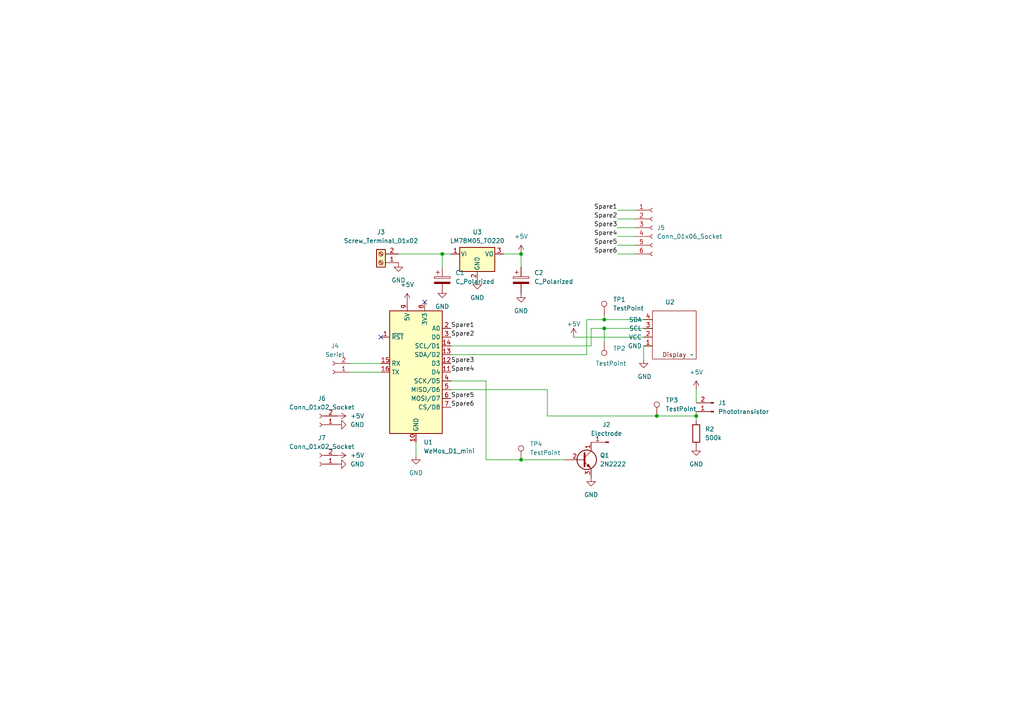
<source format=kicad_sch>
(kicad_sch (version 20231120) (generator "eeschema") (generator_version "8.0")
  (paper "A4")
  (title_block (title "Touch-O-Mat 3000") (rev "B") (company "Flo GmbH"))
  (lib_symbols
    (symbol "Connector:Conn_01x01_Pin" (pin_names (offset 1.016) hide)
      (property "Reference" "J" (at 0 2.54 0))
      (property "Value" "Conn_01x01_Pin" (at 0 -2.54 0))
      (symbol "Conn_01x01_Pin_1_1"
        (polyline (pts (xy 1.27 0) (xy 0.8636 0)) (stroke (width 0.1524)))
        (rectangle (start 0.8636 0.127) (end 0 -0.127) (stroke (width 0.1524)) (fill (type outline)))
        (pin passive line (at 5.08 0 180) (length 3.81) (name "Pin_1") (number "1"))
      )
    )
    (symbol "Connector:Conn_01x02_Pin" (pin_names (offset 1.016) hide)
      (property "Reference" "J" (at 0 2.54 0))
      (property "Value" "Conn_01x02_Pin" (at 0 -5.08 0))
      (symbol "Conn_01x02_Pin_1_1"
        (polyline (pts (xy 1.27 -2.54) (xy 0.8636 -2.54)) (stroke (width 0.1524)))
        (polyline (pts (xy 1.27 0) (xy 0.8636 0)) (stroke (width 0.1524)))
        (rectangle (start 0.8636 -2.413) (end 0 -2.667) (stroke (width 0.1524)) (fill (type outline)))
        (rectangle (start 0.8636 0.127) (end 0 -0.127) (stroke (width 0.1524)) (fill (type outline)))
        (pin passive line (at 5.08 0 180) (length 3.81) (name "Pin_1") (number "1"))
        (pin passive line (at 5.08 -2.54 180) (length 3.81) (name "Pin_2") (number "2"))
      )
    )
    (symbol "Connector:Conn_01x02_Socket" (pin_names (offset 1.016) hide)
      (property "Reference" "J" (at 0 2.54 0))
      (property "Value" "Conn_01x02_Socket" (at 0 -5.08 0))
      (symbol "Conn_01x02_Socket_1_1"
        (arc (start 0 -2.032) (mid -0.5058 -2.54) (end 0 -3.048) (stroke (width 0.1524)))
        (polyline (pts (xy -1.27 -2.54) (xy -0.508 -2.54)) (stroke (width 0.1524)))
        (polyline (pts (xy -1.27 0) (xy -0.508 0)) (stroke (width 0.1524)))
        (arc (start 0 0.508) (mid -0.5058 0) (end 0 -0.508) (stroke (width 0.1524)))
        (pin passive line (at -5.08 0 0) (length 3.81) (name "Pin_1") (number "1"))
        (pin passive line (at -5.08 -2.54 0) (length 3.81) (name "Pin_2") (number "2"))
      )
    )
    (symbol "Connector:Conn_01x06_Socket" (pin_names (offset 1.016) hide)
      (property "Reference" "J" (at 0 7.62 0))
      (property "Value" "Conn_01x06_Socket" (at 0 -10.16 0))
      (symbol "Conn_01x06_Socket_1_1"
        (arc (start 0 -7.112) (mid -0.5058 -7.62) (end 0 -8.128) (stroke (width 0.1524)))
        (arc (start 0 -4.572) (mid -0.5058 -5.08) (end 0 -5.588) (stroke (width 0.1524)))
        (arc (start 0 -2.032) (mid -0.5058 -2.54) (end 0 -3.048) (stroke (width 0.1524)))
        (polyline (pts (xy -1.27 -7.62) (xy -0.508 -7.62)) (stroke (width 0.1524)))
        (polyline (pts (xy -1.27 -5.08) (xy -0.508 -5.08)) (stroke (width 0.1524)))
        (polyline (pts (xy -1.27 -2.54) (xy -0.508 -2.54)) (stroke (width 0.1524)))
        (polyline (pts (xy -1.27 0) (xy -0.508 0)) (stroke (width 0.1524)))
        (polyline (pts (xy -1.27 2.54) (xy -0.508 2.54)) (stroke (width 0.1524)))
        (polyline (pts (xy -1.27 5.08) (xy -0.508 5.08)) (stroke (width 0.1524)))
        (arc (start 0 0.508) (mid -0.5058 0) (end 0 -0.508) (stroke (width 0.1524)))
        (arc (start 0 3.048) (mid -0.5058 2.54) (end 0 2.032) (stroke (width 0.1524)))
        (arc (start 0 5.588) (mid -0.5058 5.08) (end 0 4.572) (stroke (width 0.1524)))
        (pin passive line (at -5.08 5.08 0) (length 3.81) (name "Pin_1") (number "1"))
        (pin passive line (at -5.08 2.54 0) (length 3.81) (name "Pin_2") (number "2"))
        (pin passive line (at -5.08 0 0) (length 3.81) (name "Pin_3") (number "3"))
        (pin passive line (at -5.08 -2.54 0) (length 3.81) (name "Pin_4") (number "4"))
        (pin passive line (at -5.08 -5.08 0) (length 3.81) (name "Pin_5") (number "5"))
        (pin passive line (at -5.08 -7.62 0) (length 3.81) (name "Pin_6") (number "6"))
      )
    )
    (symbol "Connector:Screw_Terminal_01x02" (pin_names (offset 1.016) hide)
      (property "Reference" "J" (at 0 2.54 0))
      (property "Value" "Screw_Terminal_01x02" (at 0 -5.08 0))
      (symbol "Screw_Terminal_01x02_1_1"
        (rectangle (start -1.27 1.27) (end 1.27 -3.81) (stroke (width 0.254)) (fill (type background)))
        (circle (center 0 -2.54) (radius 0.635) (stroke (width 0.1524)))
        (polyline (pts (xy -0.5334 -2.2098) (xy 0.3302 -3.048)) (stroke (width 0.1524)))
        (polyline (pts (xy -0.5334 0.3302) (xy 0.3302 -0.508)) (stroke (width 0.1524)))
        (polyline (pts (xy -0.3556 -2.032) (xy 0.508 -2.8702)) (stroke (width 0.1524)))
        (polyline (pts (xy -0.3556 0.508) (xy 0.508 -0.3302)) (stroke (width 0.1524)))
        (circle (center 0 0) (radius 0.635) (stroke (width 0.1524)))
        (pin passive line (at -5.08 0 0) (length 3.81) (name "Pin_1") (number "1"))
        (pin passive line (at -5.08 -2.54 0) (length 3.81) (name "Pin_2") (number "2"))
      )
    )
    (symbol "Connector:TestPoint" (pin_numbers hide) (pin_names (offset 0.762) hide)
      (property "Reference" "TP" (at 0 6.858 0))
      (property "Value" "TestPoint" (at 0 5.08 0))
      (symbol "TestPoint_0_1"
        (circle (center 0 3.302) (radius 0.762))
      )
      (symbol "TestPoint_1_1"
        (pin passive line (at 0 0 90) (length 2.54) (name "1") (number "1"))
      )
    )
    (symbol "Device:C_Polarized" (pin_numbers hide) (pin_names (offset 0.254))
      (property "Reference" "C" (at 0.635 2.54 0))
      (property "Value" "C_Polarized" (at 0.635 -2.54 0))
      (symbol "C_Polarized_0_1"
        (rectangle (start -2.286 0.508) (end 2.286 1.016))
        (polyline (pts (xy -1.778 2.286) (xy -0.762 2.286)))
        (polyline (pts (xy -1.27 2.794) (xy -1.27 1.778)))
        (rectangle (start 2.286 -0.508) (end -2.286 -1.016) (fill (type outline)))
      )
      (symbol "C_Polarized_1_1"
        (pin passive line (at 0 3.81 270) (length 2.794) (name "~") (number "1"))
        (pin passive line (at 0 -3.81 90) (length 2.794) (name "~") (number "2"))
      )
    )
    (symbol "Device:Q_NPN_CBE" (pin_names (offset 0) hide)
      (property "Reference" "Q" (at 5.08 1.27 0))
      (property "Value" "Q_NPN_CBE" (at 5.08 -1.27 0))
      (symbol "Q_NPN_CBE_0_1"
        (polyline (pts (xy 0.635 0.635) (xy 2.54 2.54)))
        (polyline (pts (xy 0.635 -0.635) (xy 2.54 -2.54) (xy 2.54 -2.54)))
        (polyline (pts (xy 0.635 1.905) (xy 0.635 -1.905) (xy 0.635 -1.905)) (stroke (width 0.508)))
        (polyline (pts (xy 1.27 -1.778) (xy 1.778 -1.27) (xy 2.286 -2.286) (xy 1.27 -1.778) (xy 1.27 -1.778)) (fill (type outline)))
        (circle (center 1.27 0) (radius 2.8194) (stroke (width 0.254)))
      )
      (symbol "Q_NPN_CBE_1_1"
        (pin passive line (at 2.54 5.08 270) (length 2.54) (name "C") (number "1"))
        (pin input line (at -5.08 0 0) (length 5.715) (name "B") (number "2"))
        (pin passive line (at 2.54 -5.08 90) (length 2.54) (name "E") (number "3"))
      )
    )
    (symbol "Device:R" (pin_numbers hide) (pin_names (offset 0))
      (property "Reference" "R" (at 2.032 0 90))
      (property "Value" "R" (at 0 0 90))
      (symbol "R_0_1"
        (rectangle (start -1.016 -2.54) (end 1.016 2.54) (stroke (width 0.254)))
      )
      (symbol "R_1_1"
        (pin passive line (at 0 3.81 270) (length 1.27) (name "~") (number "1"))
        (pin passive line (at 0 -3.81 90) (length 1.27) (name "~") (number "2"))
      )
    )
    (symbol "MCU_Module:WeMos_D1_mini"
      (property "Reference" "U" (at 3.81 19.05 0))
      (property "Value" "WeMos_D1_mini" (at 1.27 -19.05 0))
      (symbol "WeMos_D1_mini_1_1"
        (rectangle (start -7.62 17.78) (end 7.62 -17.78) (stroke (width 0.254)) (fill (type background)))
        (pin input line (at -10.16 10.16 0) (length 2.54) (name "~{RST}") (number "1"))
        (pin power_in line (at 0 -20.32 90) (length 2.54) (name "GND") (number "10"))
        (pin bidirectional line (at 10.16 0 180) (length 2.54) (name "D4") (number "11"))
        (pin bidirectional line (at 10.16 2.54 180) (length 2.54) (name "D3") (number "12"))
        (pin bidirectional line (at 10.16 5.08 180) (length 2.54) (name "SDA/D2") (number "13"))
        (pin bidirectional line (at 10.16 7.62 180) (length 2.54) (name "SCL/D1") (number "14"))
        (pin input line (at -10.16 2.54 0) (length 2.54) (name "RX") (number "15"))
        (pin output line (at -10.16 0 0) (length 2.54) (name "TX") (number "16"))
        (pin input line (at 10.16 12.7 180) (length 2.54) (name "A0") (number "2"))
        (pin bidirectional line (at 10.16 10.16 180) (length 2.54) (name "D0") (number "3"))
        (pin bidirectional line (at 10.16 -2.54 180) (length 2.54) (name "SCK/D5") (number "4"))
        (pin bidirectional line (at 10.16 -5.08 180) (length 2.54) (name "MISO/D6") (number "5"))
        (pin bidirectional line (at 10.16 -7.62 180) (length 2.54) (name "MOSI/D7") (number "6"))
        (pin bidirectional line (at 10.16 -10.16 180) (length 2.54) (name "CS/D8") (number "7"))
        (pin power_out line (at 2.54 20.32 270) (length 2.54) (name "3V3") (number "8"))
        (pin power_in line (at -2.54 20.32 270) (length 2.54) (name "5V") (number "9"))
      )
    )
    (symbol "Regulator_Linear:LM78M05_TO220" (pin_names (offset 0.254))
      (property "Reference" "U" (at -3.81 3.175 0))
      (property "Value" "LM78M05_TO220" (at 0 3.175 0))
      (symbol "LM78M05_TO220_0_1"
        (rectangle (start -5.08 1.905) (end 5.08 -5.08) (stroke (width 0.254)) (fill (type background)))
      )
      (symbol "LM78M05_TO220_1_1"
        (pin power_in line (at -7.62 0 0) (length 2.54) (name "VI") (number "1"))
        (pin power_in line (at 0 -7.62 90) (length 2.54) (name "GND") (number "2"))
        (pin power_out line (at 7.62 0 180) (length 2.54) (name "VO") (number "3"))
      )
    )
    (symbol "power:+5V" (power) (pin_names (offset 0))
      (property "Value" "+5V" (at 0 3.556 0))
      (symbol "+5V_0_1"
        (polyline (pts (xy -0.762 1.27) (xy 0 2.54)))
        (polyline (pts (xy 0 0) (xy 0 2.54)))
        (polyline (pts (xy 0 2.54) (xy 0.762 1.27)))
      )
      (symbol "+5V_1_1"
        (pin power_in line (at 0 0 90) (length 0) hide (name "+5V") (number "1"))
      )
    )
    (symbol "power:GND" (power) (pin_names (offset 0))
      (property "Value" "GND" (at 0 -3.81 0))
      (symbol "GND_0_1"
        (polyline (pts (xy 0 0) (xy 0 -1.27) (xy 1.27 -1.27) (xy 0 -2.54) (xy -1.27 -1.27) (xy 0 -1.27)))
      )
      (symbol "GND_1_1"
        (pin power_in line (at 0 0 270) (length 0) hide (name "GND") (number "1"))
      )
    )
    (symbol "touch_custom_symbols:Display"
      (property "Reference" "U" (at 0 0 0))
      (symbol "Display_0_1"
        (rectangle (start -1.27 1.27) (end 11.43 -12.7))
      )
      (symbol "Display_1_1"
        (text "Display" (at 5.08 0 0) (effects (font (size 1.27 1.27))))
        (pin power_in line (at 11.43 -2.54 0) (length 2.54) (name "GND") (number "1"))
        (pin power_in line (at 11.43 -5.08 0) (length 2.54) (name "VCC") (number "2"))
        (pin bidirectional line (at 11.43 -7.62 0) (length 2.54) (name "SCL") (number "3"))
        (pin bidirectional line (at 11.43 -10.16 0) (length 2.54) (name "SDA") (number "4"))
      )
    )
  )
  (junction (at 201.93 120.65))
  (junction (at 190.5 120.65))
  (junction (at 175.26 95.25))
  (junction (at 151.13 133.35))
  (junction (at 128.27 73.66))
  (junction (at 175.26 92.71))
  (junction (at 151.13 73.66))
  (no_connect (at 110.49 97.79))
  (no_connect (at 123.19 87.63))
  (wire (pts (xy 186.69 100.33) (xy 186.69 104.14)))
  (wire (pts (xy 151.13 133.35) (xy 140.97 133.35)))
  (wire (pts (xy 175.26 92.71) (xy 189.23 92.71)))
  (wire (pts (xy 179.07 66.04) (xy 184.15 66.04)))
  (wire (pts (xy 140.97 133.35) (xy 140.97 110.49)))
  (wire (pts (xy 115.57 73.66) (xy 128.27 73.66)))
  (wire (pts (xy 130.81 102.87) (xy 170.18 102.87)))
  (wire (pts (xy 101.6 107.95) (xy 110.49 107.95)))
  (wire (pts (xy 175.26 95.25) (xy 189.23 95.25)))
  (wire (pts (xy 140.97 110.49) (xy 130.81 110.49)))
  (wire (pts (xy 171.45 95.25) (xy 175.26 95.25)))
  (wire (pts (xy 179.07 60.96) (xy 184.15 60.96)))
  (wire (pts (xy 158.75 120.65) (xy 190.5 120.65)))
  (wire (pts (xy 128.27 83.82) (xy 128.27 85.09)))
  (wire (pts (xy 128.27 73.66) (xy 130.81 73.66)))
  (wire (pts (xy 158.75 113.03) (xy 130.81 113.03)))
  (wire (pts (xy 120.65 128.27) (xy 120.65 132.08)))
  (wire (pts (xy 201.93 113.03) (xy 201.93 116.84)))
  (wire (pts (xy 179.07 63.5) (xy 184.15 63.5)))
  (wire (pts (xy 166.37 97.79) (xy 189.23 97.79)))
  (wire (pts (xy 189.23 100.33) (xy 186.69 100.33)))
  (wire (pts (xy 163.83 133.35) (xy 151.13 133.35)))
  (wire (pts (xy 179.07 71.12) (xy 184.15 71.12)))
  (wire (pts (xy 201.93 119.38) (xy 201.93 120.65)))
  (wire (pts (xy 146.05 73.66) (xy 151.13 73.66)))
  (wire (pts (xy 158.75 120.65) (xy 158.75 113.03)))
  (wire (pts (xy 175.26 91.44) (xy 175.26 92.71)))
  (wire (pts (xy 179.07 73.66) (xy 184.15 73.66)))
  (wire (pts (xy 179.07 68.58) (xy 184.15 68.58)))
  (wire (pts (xy 101.6 105.41) (xy 110.49 105.41)))
  (wire (pts (xy 170.18 102.87) (xy 170.18 92.71)))
  (wire (pts (xy 130.81 100.33) (xy 171.45 100.33)))
  (wire (pts (xy 128.27 73.66) (xy 128.27 77.47)))
  (wire (pts (xy 170.18 92.71) (xy 175.26 92.71)))
  (wire (pts (xy 201.93 120.65) (xy 201.93 121.92)))
  (wire (pts (xy 175.26 99.06) (xy 175.26 95.25)))
  (wire (pts (xy 151.13 73.66) (xy 151.13 77.47)))
  (wire (pts (xy 171.45 100.33) (xy 171.45 95.25)))
  (wire (pts (xy 190.5 120.65) (xy 201.93 120.65)))
  (label "Spare4" (at 130.81 107.95 0))
  (label "Spare6" (at 179.07 73.66 180))
  (label "Spare3" (at 179.07 66.04 180))
  (label "Spare4" (at 179.07 68.58 180))
  (label "Spare5" (at 130.81 115.57 0))
  (label "Spare1" (at 130.81 95.25 0))
  (label "Spare1" (at 179.07 60.96 180))
  (label "Spare2" (at 179.07 63.5 180))
  (label "Spare6" (at 130.81 118.11 0))
  (label "Spare5" (at 179.07 71.12 180))
  (label "Spare3" (at 130.81 105.41 0))
  (label "Spare2" (at 130.81 97.79 0))
  (symbol (lib_id "power:+5V") (at 97.79 132.08 270) (unit 1)
    (property "Reference" "#PWR012" (effects (hide yes)))
    (property "Value" "+5V" (at 101.6 132.08 90) (effects (justify left)))
  )
  (symbol (lib_id "power:+5V") (at 97.79 120.65 270) (unit 1)
    (property "Reference" "#PWR011" (effects (hide yes)))
    (property "Value" "+5V" (at 101.6 120.65 90) (effects (justify left)))
  )
  (symbol (lib_id "power:GND") (at 115.57 76.2 0) (unit 1)
    (property "Reference" "#PWR07" (effects (hide yes)))
    (property "Value" "GND" (at 115.57 81.28 0))
  )
  (symbol (lib_id "Device:C_Polarized") (at 128.27 81.28 0) (unit 1)
    (property "Reference" "C1" (at 132.08 79.121 0) (effects (justify left)))
    (property "Value" "C_Polarized" (at 132.08 81.661 0) (effects (justify left)))
    (property "Footprint" "Capacitor_THT:CP_Radial_D6.3mm_P2.50mm" (effects (hide yes)))
  )
  (symbol (lib_id "Connector:TestPoint") (at 151.13 133.35 0) (unit 1)
    (property "Reference" "TP4" (at 153.67 128.778 0) (effects (justify left)))
    (property "Value" "TestPoint" (at 153.67 131.318 0) (effects (justify left)))
    (property "Footprint" "TestPoint:TestPoint_Pad_D2.0mm" (effects (hide yes)))
  )
  (symbol (lib_id "Device:C_Polarized") (at 151.13 81.28 0) (unit 1)
    (property "Reference" "C2" (at 154.94 79.121 0) (effects (justify left)))
    (property "Value" "C_Polarized" (at 154.94 81.661 0) (effects (justify left)))
    (property "Footprint" "Capacitor_THT:CP_Radial_D6.3mm_P2.50mm" (effects (hide yes)))
  )
  (symbol (lib_id "Connector:Conn_01x06_Socket") (at 189.23 66.04 0) (unit 1)
    (property "Reference" "J5" (at 190.5 66.04 0) (effects (justify left)))
    (property "Value" "Conn_01x06_Socket" (at 190.5 68.58 0) (effects (justify left)))
    (property "Footprint" "Connector_PinHeader_2.54mm:PinHeader_1x06_P2.54mm_Vertical" (effects (hide yes)))
  )
  (symbol (lib_id "power:+5V") (at 118.11 87.63 0) (unit 1)
    (property "Reference" "#PWR09" (effects (hide yes)))
    (property "Value" "+5V" (at 118.11 82.55 0))
  )
  (symbol (lib_id "power:GND") (at 138.43 81.28 0) (unit 1)
    (property "Reference" "#PWR06" (effects (hide yes)))
    (property "Value" "GND" (at 138.43 86.36 0))
  )
  (symbol (lib_id "power:GND") (at 171.45 138.43 0) (unit 1)
    (property "Reference" "#PWR03" (effects (hide yes)))
    (property "Value" "GND" (at 171.45 143.51 0))
  )
  (symbol (lib_id "Connector:TestPoint") (at 175.26 99.06 180) (unit 1)
    (property "Reference" "TP2" (at 177.8 101.092 0) (effects (justify right)))
    (property "Value" "TestPoint" (at 172.72 105.41 0) (effects (justify right)))
    (property "Footprint" "TestPoint:TestPoint_Pad_D2.0mm" (effects (hide yes)))
  )
  (symbol (lib_id "touch_custom_symbols:Display") (at 200.66 102.87 180) (unit 1)
    (property "Reference" "U2" (at 194.31 87.63 0))
    (property "Value" "~" (at 200.66 102.87 0))
    (property "Footprint" "touch_custom_footprints:display" (effects (hide yes)))
  )
  (symbol (lib_id "power:GND") (at 151.13 85.09 0) (unit 1)
    (property "Reference" "#PWR016" (effects (hide yes)))
    (property "Value" "GND" (at 151.13 90.17 0))
  )
  (symbol (lib_id "Regulator_Linear:LM78M05_TO220") (at 138.43 73.66 0) (unit 1)
    (property "Reference" "U3" (at 138.43 67.31 0))
    (property "Value" "LM78M05_TO220" (at 138.43 69.85 0))
    (property "Footprint" "Package_TO_SOT_THT:TO-220-3_Vertical" (effects (hide yes)))
    (property "Datasheet" "https://www.onsemi.com/pub/Collateral/MC78M00-D.PDF" (effects (hide yes)))
  )
  (symbol (lib_id "Connector:Screw_Terminal_01x02") (at 110.49 76.2 180) (unit 1)
    (property "Reference" "J3" (at 110.49 67.31 0))
    (property "Value" "Screw_Terminal_01x02" (at 110.49 69.85 0))
    (property "Footprint" "TerminalBlock:TerminalBlock_Altech_AK300-2_P5.00mm" (effects (hide yes)))
  )
  (symbol (lib_id "power:GND") (at 128.27 83.82 0) (unit 1)
    (property "Reference" "#PWR015" (effects (hide yes)))
    (property "Value" "GND" (at 128.27 88.9 0))
  )
  (symbol (lib_id "Connector:TestPoint") (at 175.26 91.44 0) (unit 1)
    (property "Reference" "TP1" (at 177.8 86.868 0) (effects (justify left)))
    (property "Value" "TestPoint" (at 177.8 89.408 0) (effects (justify left)))
    (property "Footprint" "TestPoint:TestPoint_Pad_D2.0mm" (effects (hide yes)))
  )
  (symbol (lib_id "Connector:Conn_01x02_Pin") (at 207.01 119.38 180) (unit 1)
    (property "Reference" "J1" (at 208.28 116.8399 0) (effects (justify right)))
    (property "Value" "Phototransistor" (at 208.28 119.3799 0) (effects (justify right)))
    (property "Footprint" "Connector_PinHeader_2.54mm:PinHeader_1x02_P2.54mm_Vertical" (effects (hide yes)))
  )
  (symbol (lib_id "power:GND") (at 186.69 104.14 0) (unit 1)
    (property "Reference" "#PWR01" (effects (hide yes)))
    (property "Value" "GND" (at 186.944 109.22 0))
  )
  (symbol (lib_id "power:GND") (at 97.79 134.62 90) (unit 1)
    (property "Reference" "#PWR014" (effects (hide yes)))
    (property "Value" "GND" (at 101.6 134.62 90) (effects (justify right)))
  )
  (symbol (lib_id "Connector:Conn_01x01_Pin") (at 176.53 128.27 180) (unit 1)
    (property "Reference" "J2" (at 175.895 123.19 0))
    (property "Value" "Electrode" (at 175.895 125.73 0))
    (property "Footprint" "Connector_PinHeader_2.54mm:PinHeader_1x01_P2.54mm_Vertical" (effects (hide yes)))
  )
  (symbol (lib_id "Connector:Conn_01x02_Socket") (at 92.71 123.19 180) (unit 1)
    (property "Reference" "J6" (at 93.345 115.57 0))
    (property "Value" "Conn_01x02_Socket" (at 93.345 118.11 0))
    (property "Footprint" "Connector_PinHeader_2.54mm:PinHeader_1x02_P2.54mm_Vertical" (effects (hide yes)))
  )
  (symbol (lib_id "MCU_Module:WeMos_D1_mini") (at 120.65 107.95 0) (unit 1)
    (property "Reference" "U1" (at 122.8441 128.27 0) (effects (justify left)))
    (property "Value" "WeMos_D1_mini" (at 122.8441 130.81 0) (effects (justify left)))
    (property "Footprint" "RF_Module:WEMOS_D1_mini_light" (effects (hide yes)))
    (property "Datasheet" "https://wiki.wemos.cc/products:d1:d1_mini#documentation" (effects (hide yes)))
  )
  (symbol (lib_id "power:GND") (at 97.79 123.19 90) (unit 1)
    (property "Reference" "#PWR013" (effects (hide yes)))
    (property "Value" "GND" (at 101.6 123.19 90) (effects (justify right)))
  )
  (symbol (lib_id "power:+5V") (at 201.93 113.03 0) (unit 1)
    (property "Reference" "#PWR04" (effects (hide yes)))
    (property "Value" "+5V" (at 201.93 107.95 0))
  )
  (symbol (lib_id "power:+5V") (at 151.13 73.66 0) (unit 1)
    (property "Reference" "#PWR08" (effects (hide yes)))
    (property "Value" "+5V" (at 151.13 68.58 0))
  )
  (symbol (lib_id "power:+5V") (at 166.37 97.79 0) (unit 1)
    (property "Reference" "#PWR02" (effects (hide yes)))
    (property "Value" "+5V" (at 166.37 93.98 0))
  )
  (symbol (lib_id "Connector:Conn_01x02_Socket") (at 92.71 134.62 180) (unit 1)
    (property "Reference" "J7" (at 93.345 127 0))
    (property "Value" "Conn_01x02_Socket" (at 93.345 129.54 0))
    (property "Footprint" "Connector_PinHeader_2.54mm:PinHeader_1x02_P2.54mm_Vertical" (effects (hide yes)))
  )
  (symbol (lib_id "power:GND") (at 120.65 132.08 0) (unit 1)
    (property "Reference" "#PWR010" (effects (hide yes)))
    (property "Value" "GND" (at 120.65 137.16 0))
  )
  (symbol (lib_id "Device:R") (at 201.93 125.73 0) (unit 1)
    (property "Reference" "R2" (at 204.47 124.46 0) (effects (justify left)))
    (property "Value" "500k" (at 204.47 127 0) (effects (justify left)))
    (property "Footprint" "Resistor_THT:R_Axial_DIN0207_L6.3mm_D2.5mm_P10.16mm_Horizontal" (effects (hide yes)))
  )
  (symbol (lib_id "Connector:TestPoint") (at 190.5 120.65 0) (unit 1)
    (property "Reference" "TP3" (at 193.04 116.078 0) (effects (justify left)))
    (property "Value" "TestPoint" (at 193.04 118.618 0) (effects (justify left)))
    (property "Footprint" "TestPoint:TestPoint_Pad_D2.0mm" (effects (hide yes)))
  )
  (symbol (lib_id "Device:Q_NPN_CBE") (at 168.91 133.35 0) (unit 1)
    (property "Reference" "Q1" (at 173.99 132.08 0) (effects (justify left)))
    (property "Value" "2N2222" (at 173.99 134.62 0) (effects (justify left)))
    (property "Footprint" "Package_TO_SOT_THT:TO-92" (effects (hide yes)))
  )
  (symbol (lib_id "power:GND") (at 201.93 129.54 0) (unit 1)
    (property "Reference" "#PWR05" (effects (hide yes)))
    (property "Value" "GND" (at 201.93 134.62 0))
  )
  (symbol (lib_id "Connector:Conn_01x02_Socket") (at 96.52 107.95 180) (unit 1)
    (property "Reference" "J4" (at 97.155 100.33 0))
    (property "Value" "Seriel" (at 97.155 102.87 0))
    (property "Footprint" "Connector_PinHeader_2.54mm:PinHeader_1x02_P2.54mm_Vertical" (effects (hide yes)))
  )
)
</source>
